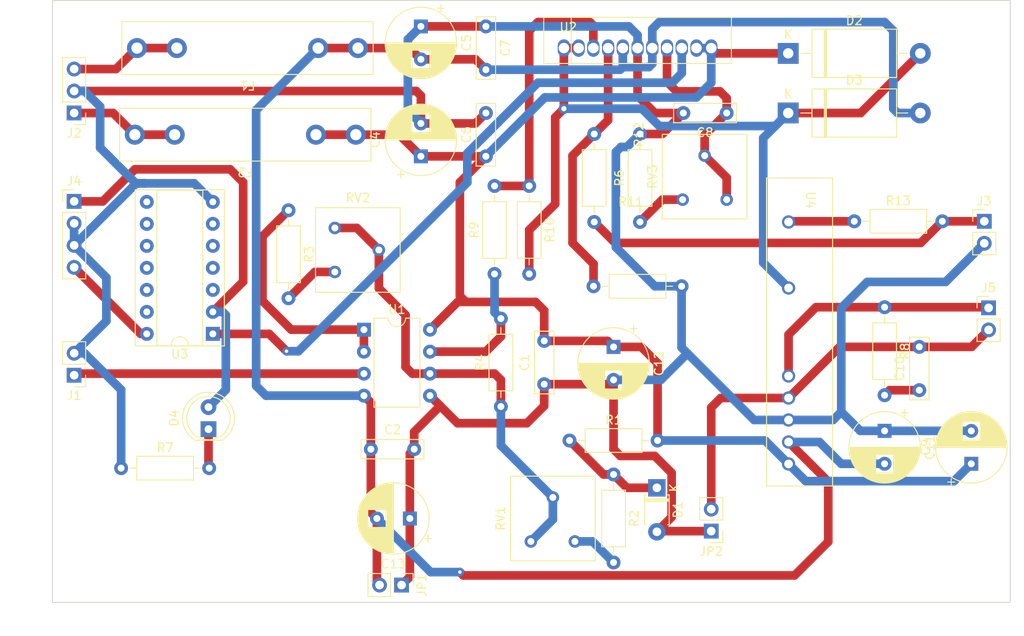
<source format=kicad_pcb>
(kicad_pcb (version 20211014) (generator pcbnew)
  (layers (0 "F.Cu" signal) (31 "B.Cu" signal) (34 "B.Paste" user) (35 "F.Paste" user) (36 "B.SilkS" user "B.Silkscreen") (37 "F.SilkS" user "F.Silkscreen") (38 "B.Mask" user) (39 "F.Mask" user) (44 "Edge.Cuts" user))
  (net 0 "")
  (net 1 "+15V")
  (net 2 "-15V")
  (net 3 "Net-(C8-Pad1)")
  (net 4 "Net-(C10-Pad1)")
  (net 5 "Net-(C10-Pad2)")
  (net 6 "Net-(D1-Pad1)")
  (net 7 "Net-(D2-Pad2)")
  (net 8 "Net-(D4-Pad1)")
  (net 9 "Net-(F1-Pad2)")
  (net 10 "Net-(F2-Pad2)")
  (net 11 "Vctrl")
  (net 12 "VOut+")
  (net 13 "VOut-")
  (net 14 "ThermalOverloadOut")
  (net 15 "+3.3V")
  (net 16 "Net-(J5-Pad1)")
  (net 17 "Net-(R2-Pad2)")
  (net 18 "Net-(R3-Pad1)")
  (net 19 "Net-(R3-Pad2)")
  (net 20 "Net-(U2-Pad9)")
  (net 21 "Net-(R4-Pad2)")
  (net 22 "Net-(R10-Pad1)")
  (net 23 "Net-(R11-Pad2)")
  (net 24 "Net-(R13-Pad1)")
  (net 25 "Net-(RV3-Pad3)")
  (net 26 "Net-(RV1-Pad3)")
  (footprint "Potentiometer_THT:Potentiometer_Bourns_3386F_Vertical" (layer "F.Cu") (at 145.27 56.965 90)
    (fp_text reference "RV1" (at 2.655 -8.555 90) (layer "F.SilkS"))
    (fp_text value "2k")
    (pad "1" thru_hole circle (at 0 0 90) (size 1.44 1.44) (drill 0.8) (layers *.Cu *.Mask) (net 17 "Net-(R2-Pad2)"))
    (pad "2" thru_hole circle (at 5.08 -2.54 90) (size 1.44 1.44) (drill 0.8) (layers *.Cu *.Mask) (net 26 "Net-(RV1-Pad3)"))
    (pad "3" thru_hole circle (at 0 -5.08 90) (size 1.44 1.44) (drill 0.8) (layers *.Cu *.Mask) (net 26 "Net-(RV1-Pad3)"))
  )
  (footprint "Resistor_THT:R_Axial_DIN0207_L6.3mm_D2.5mm_P10.16mm_Horizontal" (layer "F.Cu") (at 92.92 48.5)
    (fp_text reference "R7" (at 5.08 -2.37) (layer "F.SilkS"))
    (fp_text value "470R")
    (pad "1" thru_hole circle (at 0 0) (size 1.6 1.6) (drill 0.8) (layers *.Cu *.Mask) (net 13 "VOut-"))
    (pad "2" thru_hole oval (at 10.16 0) (size 1.6 1.6) (drill 0.8) (layers *.Cu *.Mask) (net 8 "Net-(D4-Pad1)"))
  )
  (footprint "Resistor_THT:R_Axial_DIN0207_L6.3mm_D2.5mm_P10.16mm_Horizontal" (layer "F.Cu") (at 152.78 20.08 90)
    (fp_text reference "R6" (at 5.08 -2.37 90) (layer "F.SilkS"))
    (fp_text value "10k")
    (pad "1" thru_hole circle (at 0 0 90) (size 1.6 1.6) (drill 0.8) (layers *.Cu *.Mask) (net 25 "Net-(RV3-Pad3)"))
    (pad "2" thru_hole oval (at 10.16 0 90) (size 1.6 1.6) (drill 0.8) (layers *.Cu *.Mask) (net 13 "VOut-"))
  )
  (footprint "LED_THT:LED_D5.0mm" (layer "F.Cu") (at 103 44 90)
    (fp_text reference "D4" (at 1.27 -3.96 90) (layer "F.SilkS"))
    (fp_text value "LED")
    (pad "1" thru_hole rect (at 0 0 90) (size 1.8 1.8) (drill 0.9) (layers *.Cu *.Mask) (net 8 "Net-(D4-Pad1)"))
    (pad "2" thru_hole circle (at 2.54 0 90) (size 1.8 1.8) (drill 0.9) (layers *.Cu *.Mask) (net 14 "ThermalOverloadOut"))
  )
  (footprint "Connector_PinHeader_2.54mm:PinHeader_1x02_P2.54mm_Vertical" (layer "F.Cu") (at 125.275 62 -90)
    (fp_text reference "JP1" (at 0 -2.33 90) (layer "F.SilkS"))
    (fp_text value "Jumper_2_Open")
    (pad "1" thru_hole rect (at 0 0 270) (size 1.7 1.7) (drill 1) (layers *.Cu *.Mask) (net 13 "VOut-"))
    (pad "2" thru_hole oval (at 0 2.54 270) (size 1.7 1.7) (drill 1) (layers *.Cu *.Mask) (net 2 "-15V"))
  )
  (footprint "Capacitor_THT:C_Rect_L7.0mm_W2.0mm_P5.00mm" (layer "F.Cu") (at 121.73 46.31)
    (fp_text reference "C2" (at 2.5 -2.25) (layer "F.SilkS"))
    (fp_text value "10nF")
    (pad "1" thru_hole circle (at 0 0) (size 1.6 1.6) (drill 0.8) (layers *.Cu *.Mask) (net 2 "-15V"))
    (pad "2" thru_hole circle (at 5 0) (size 1.6 1.6) (drill 0.8) (layers *.Cu *.Mask) (net 13 "VOut-"))
  )
  (footprint "Capacitor_THT:CP_Radial_D8.0mm_P3.80mm" (layer "F.Cu") (at 127.5 -2.5 -90)
    (fp_text reference "C5" (at 1.9 -5.25 90) (layer "F.SilkS"))
    (fp_text value "10uF")
    (pad "1" thru_hole rect (at 0 0 270) (size 1.6 1.6) (drill 0.8) (layers *.Cu *.Mask) (net 13 "VOut-"))
    (pad "2" thru_hole circle (at 3.8 0 270) (size 1.6 1.6) (drill 0.8) (layers *.Cu *.Mask) (net 2 "-15V"))
  )
  (footprint "Resistor_THT:R_Axial_DIN0207_L6.3mm_D2.5mm_P10.16mm_Horizontal" (layer "F.Cu") (at 112.23 18.73 -90)
    (fp_text reference "R3" (at 5.08 -2.37 90) (layer "F.SilkS"))
    (fp_text value "4,7k")
    (pad "1" thru_hole circle (at 0 0 270) (size 1.6 1.6) (drill 0.8) (layers *.Cu *.Mask) (net 18 "Net-(R3-Pad1)"))
    (pad "2" thru_hole oval (at 10.16 0 270) (size 1.6 1.6) (drill 0.8) (layers *.Cu *.Mask) (net 19 "Net-(R3-Pad2)"))
  )
  (footprint "Connector_PinHeader_2.54mm:PinHeader_1x03_P2.54mm_Vertical" (layer "F.Cu") (at 87.5 7.5 180)
    (fp_text reference "J2" (at 0 -2.33) (layer "F.SilkS"))
    (fp_text value "PSU")
    (pad "1" thru_hole rect (at 0 0 180) (size 1.7 1.7) (drill 1) (layers *.Cu *.Mask) (net 10 "Net-(F2-Pad2)"))
    (pad "2" thru_hole oval (at 0 2.54 180) (size 1.7 1.7) (drill 1) (layers *.Cu *.Mask) (net 13 "VOut-"))
    (pad "3" thru_hole oval (at 0 5.08 180) (size 1.7 1.7) (drill 1) (layers *.Cu *.Mask) (net 9 "Net-(F1-Pad2)"))
  )
  (footprint "Connector_PinHeader_2.54mm:PinHeader_1x02_P2.54mm_Vertical" (layer "F.Cu") (at 87.5 37.775 180)
    (fp_text reference "J1" (at 0 -2.33) (layer "F.SilkS"))
    (fp_text value "Vctrl")
    (pad "1" thru_hole rect (at 0 0 180) (size 1.7 1.7) (drill 1) (layers *.Cu *.Mask) (net 11 "Vctrl"))
    (pad "2" thru_hole oval (at 0 2.54 180) (size 1.7 1.7) (drill 1) (layers *.Cu *.Mask) (net 13 "VOut-"))
  )
  (footprint "Diode_THT:D_DO-27_P15.24mm_Horizontal" (layer "F.Cu") (at 169.88 0.61)
    (fp_text reference "D2" (at 7.62 -3.785) (layer "F.SilkS"))
    (fp_text value "1N5364BG")
    (fp_text user "K" (at 0 -2.2) (layer "F.SilkS"))
    (pad "1" thru_hole rect (at 0 0) (size 2.4 2.4) (drill 1.2) (layers *.Cu *.Mask) (net 1 "+15V"))
    (pad "2" thru_hole oval (at 15.24 0) (size 2.4 2.4) (drill 1.2) (layers *.Cu *.Mask) (net 7 "Net-(D2-Pad2)"))
  )
  (footprint "Connector_PinHeader_2.54mm:PinHeader_1x04_P2.54mm_Vertical" (layer "F.Cu") (at 87.5 17.7)
    (fp_text reference "J4" (at 0 -2.33) (layer "F.SilkS"))
    (fp_text value "Screw_Terminal_01x04")
    (pad "1" thru_hole rect (at 0 0) (size 1.7 1.7) (drill 1) (layers *.Cu *.Mask) (net 14 "ThermalOverloadOut"))
    (pad "2" thru_hole oval (at 0 2.54) (size 1.7 1.7) (drill 1) (layers *.Cu *.Mask) (net 13 "VOut-"))
    (pad "3" thru_hole oval (at 0 5.08) (size 1.7 1.7) (drill 1) (layers *.Cu *.Mask) (net 13 "VOut-"))
    (pad "4" thru_hole oval (at 0 7.62) (size 1.7 1.7) (drill 1) (layers *.Cu *.Mask) (net 15 "+3.3V"))
  )
  (footprint "Diode_THT:D_T-1_P5.08mm_Horizontal" (layer "F.Cu") (at 154.73 50.77 -90)
    (fp_text reference "D1" (at 2.54 -2.42 90) (layer "F.SilkS"))
    (fp_text value "6.8V")
    (fp_text user "K" (at 0 -2 90) (layer "F.SilkS"))
    (pad "1" thru_hole rect (at 0 0 270) (size 2 2) (drill 1) (layers *.Cu *.Mask) (net 6 "Net-(D1-Pad1)"))
    (pad "2" thru_hole oval (at 5.08 0 270) (size 2 2) (drill 1) (layers *.Cu *.Mask) (net 13 "VOut-"))
  )
  (footprint "Capacitor_THT:CP_Radial_D8.0mm_P3.80mm" (layer "F.Cu") (at 127.5 12.5 90)
    (fp_text reference "C4" (at 1.9 -5.25 90) (layer "F.SilkS"))
    (fp_text value "10uF")
    (pad "1" thru_hole rect (at 0 0 90) (size 1.6 1.6) (drill 0.8) (layers *.Cu *.Mask) (net 1 "+15V"))
    (pad "2" thru_hole circle (at 3.8 0 90) (size 1.6 1.6) (drill 0.8) (layers *.Cu *.Mask) (net 13 "VOut-"))
  )
  (footprint "CMS2005:CMS2005" (layer "F.Cu") (at 175 15 -90)
    (fp_text reference "U4" (at 2.54 2.54 -90 unlocked) (layer "F.SilkS"))
    (fp_text value "CMS2005")
    (pad "1" thru_hole circle (at 33.02 5.08 270) (size 1.524 1.524) (drill 1) (layers *.Cu *.Mask) (net 1 "+15V"))
    (pad "2" thru_hole circle (at 30.48 5.08 270) (size 1.524 1.524) (drill 1) (layers *.Cu *.Mask) (net 2 "-15V"))
    (pad "3" thru_hole circle (at 27.94 5.08 270) (size 1.524 1.524) (drill 1) (layers *.Cu *.Mask) (net 13 "VOut-"))
    (pad "4" thru_hole circle (at 25.4 5.08 270) (size 1.524 1.524) (drill 1) (layers *.Cu *.Mask) (net 5 "Net-(C10-Pad2)"))
    (pad "5" thru_hole circle (at 22.86 5.08 270) (size 1.524 1.524) (drill 1) (layers *.Cu *.Mask) (net 16 "Net-(J5-Pad1)"))
    (pad "6" thru_hole circle (at 12.7 5.08 270) (size 1.524 1.524) (drill 1) (layers *.Cu *.Mask) (net 7 "Net-(D2-Pad2)"))
    (pad "7" thru_hole circle (at 5.08 5.08 270) (size 1.524 1.524) (drill 1) (layers *.Cu *.Mask) (net 24 "Net-(R13-Pad1)"))
  )
  (footprint "OPA549:KVC" (layer "F.Cu") (at 152.5 0)
    (fp_text reference "U2" (at -8.001 -2.413) (layer "F.SilkS"))
    (fp_text value "OPA549T")
    (pad "1" thru_hole oval (at -8.5 0) (size 1.4 2) (drill 1.21) (layers *.Cu *.Mask) (net 7 "Net-(D2-Pad2)"))
    (pad "2" thru_hole oval (at -6.8 0) (size 1.4 2) (drill 1.21) (layers *.Cu *.Mask) (net 7 "Net-(D2-Pad2)"))
    (pad "3" thru_hole oval (at -5.1 0) (size 1.4 2) (drill 1.21) (layers *.Cu *.Mask) (net 22 "Net-(R10-Pad1)"))
    (pad "4" thru_hole oval (at -3.4 0) (size 1.4 2) (drill 1.21) (layers *.Cu *.Mask) (net 23 "Net-(R11-Pad2)"))
    (pad "5" thru_hole oval (at -1.7 0) (size 1.4 2) (drill 1.21) (layers *.Cu *.Mask) (net 2 "-15V"))
    (pad "6" thru_hole oval (at 0 0) (size 1.4 2) (drill 1.21) (layers *.Cu *.Mask) (net 13 "VOut-"))
    (pad "7" thru_hole oval (at 1.7 0) (size 1.4 2) (drill 1.21) (layers *.Cu *.Mask) (net 2 "-15V"))
    (pad "8" thru_hole oval (at 3.4 0) (size 1.4 2) (drill 1.21) (layers *.Cu *.Mask) (net 3 "Net-(C8-Pad1)"))
    (pad "9" thru_hole oval (at 5.1 0) (size 1.4 2) (drill 1.21) (layers *.Cu *.Mask) (net 20 "Net-(U2-Pad9)"))
    (pad "10" thru_hole oval (at 6.8 0) (size 1.4 2) (drill 1.21) (layers *.Cu *.Mask) (net 1 "+15V"))
    (pad "11" thru_hole oval (at 8.5 0) (size 1.4 2) (drill 1.21) (layers *.Cu *.Mask) (net 1 "+15V"))
  )
  (footprint "Potentiometer_THT:Potentiometer_Bourns_3386F_Vertical" (layer "F.Cu") (at 117.575 25.85)
    (fp_text reference "RV2" (at 2.655 -8.555) (layer "F.SilkS"))
    (fp_text value "10k")
    (pad "1" thru_hole circle (at 0 0) (size 1.44 1.44) (drill 0.8) (layers *.Cu *.Mask) (net 19 "Net-(R3-Pad2)"))
    (pad "2" thru_hole circle (at 5.08 -2.54) (size 1.44 1.44) (drill 0.8) (layers *.Cu *.Mask) (net 26 "Net-(RV1-Pad3)"))
    (pad "3" thru_hole circle (at 0 -5.08) (size 1.44 1.44) (drill 0.8) (layers *.Cu *.Mask) (net 26 "Net-(RV1-Pad3)"))
  )
  (footprint "Capacitor_THT:C_Rect_L7.0mm_W2.0mm_P5.00mm" (layer "F.Cu") (at 162.78 7.5 180)
    (fp_text reference "C8" (at 2.5 -2.25) (layer "F.SilkS"))
    (fp_text value "0.01uF")
    (pad "1" thru_hole circle (at 0 0 180) (size 1.6 1.6) (drill 0.8) (layers *.Cu *.Mask) (net 3 "Net-(C8-Pad1)"))
    (pad "2" thru_hole circle (at 5 0 180) (size 1.6 1.6) (drill 0.8) (layers *.Cu *.Mask) (net 13 "VOut-"))
  )
  (footprint "Connector_PinHeader_2.54mm:PinHeader_1x02_P2.54mm_Vertical" (layer "F.Cu") (at 161 55.775 180)
    (fp_text reference "JP2" (at 0 -2.33) (layer "F.SilkS"))
    (fp_text value "Jumper_2_Open")
    (pad "1" thru_hole rect (at 0 0 180) (size 1.7 1.7) (drill 1) (layers *.Cu *.Mask) (net 13 "VOut-"))
    (pad "2" thru_hole oval (at 0 2.54 180) (size 1.7 1.7) (drill 1) (layers *.Cu *.Mask) (net 5 "Net-(C10-Pad2)"))
  )
  (footprint "Connector_PinHeader_2.54mm:PinHeader_1x02_P2.54mm_Vertical" (layer "F.Cu") (at 193 30)
    (fp_text reference "J5" (at 0 -2.33) (layer "F.SilkS"))
    (fp_text value "ISense")
    (pad "1" thru_hole rect (at 0 0) (size 1.7 1.7) (drill 1) (layers *.Cu *.Mask) (net 16 "Net-(J5-Pad1)"))
    (pad "2" thru_hole oval (at 0 2.54) (size 1.7 1.7) (drill 1) (layers *.Cu *.Mask) (net 5 "Net-(C10-Pad2)"))
  )
  (footprint "Package_DIP:DIP-8_W7.62mm" (layer "F.Cu") (at 120.93 32.51)
    (fp_text reference "U1" (at 3.81 -2.33) (layer "F.SilkS"))
    (fp_text value "LM358")
    (pad "1" thru_hole rect (at 0 0) (size 1.6 1.6) (drill 0.8) (layers *.Cu *.Mask) (net 18 "Net-(R3-Pad1)"))
    (pad "2" thru_hole oval (at 0 2.54) (size 1.6 1.6) (drill 0.8) (layers *.Cu *.Mask) (net 18 "Net-(R3-Pad1)"))
    (pad "3" thru_hole oval (at 0 5.08) (size 1.6 1.6) (drill 0.8) (layers *.Cu *.Mask) (net 11 "Vctrl"))
    (pad "4" thru_hole oval (at 0 7.62) (size 1.6 1.6) (drill 0.8) (layers *.Cu *.Mask) (net 2 "-15V"))
    (pad "5" thru_hole oval (at 7.62 7.62) (size 1.6 1.6) (drill 0.8) (layers *.Cu *.Mask) (net 13 "VOut-"))
    (pad "6" thru_hole oval (at 7.62 5.08) (size 1.6 1.6) (drill 0.8) (layers *.Cu *.Mask) (net 26 "Net-(RV1-Pad3)"))
    (pad "7" thru_hole oval (at 7.62 2.54) (size 1.6 1.6) (drill 0.8) (layers *.Cu *.Mask) (net 21 "Net-(R4-Pad2)"))
    (pad "8" thru_hole oval (at 7.62 0) (size 1.6 1.6) (drill 0.8) (layers *.Cu *.Mask) (net 1 "+15V"))
  )
  (footprint "Capacitor_THT:CP_Radial_D8.0mm_P3.80mm" (layer "F.Cu") (at 191 48 90)
    (fp_text reference "C9" (at 1.9 -5.25 90) (layer "F.SilkS"))
    (fp_text value "47uF")
    (pad "1" thru_hole rect (at 0 0 90) (size 1.6 1.6) (drill 0.8) (layers *.Cu *.Mask) (net 1 "+15V"))
    (pad "2" thru_hole circle (at 3.8 0 90) (size 1.6 1.6) (drill 0.8) (layers *.Cu *.Mask) (net 13 "VOut-"))
  )
  (footprint "Capacitor_THT:C_Rect_L7.0mm_W2.0mm_P5.00mm" (layer "F.Cu") (at 135 -2.5 -90)
    (fp_text reference "C7" (at 2.5 -2.25 90) (layer "F.SilkS"))
    (fp_text value "0.1uF")
    (pad "1" thru_hole circle (at 0 0 270) (size 1.6 1.6) (drill 0.8) (layers *.Cu *.Mask) (net 13 "VOut-"))
    (pad "2" thru_hole circle (at 5 0 270) (size 1.6 1.6) (drill 0.8) (layers *.Cu *.Mask) (net 2 "-15V"))
  )
  (footprint "Capacitor_THT:C_Rect_L7.0mm_W2.0mm_P5.00mm" (layer "F.Cu") (at 141.73 38.81 90)
    (fp_text reference "C1" (at 2.5 -2.25 90) (layer "F.SilkS"))
    (fp_text value "10nF")
    (pad "1" thru_hole circle (at 0 0 90) (size 1.6 1.6) (drill 0.8) (layers *.Cu *.Mask) (net 13 "VOut-"))
    (pad "2" thru_hole circle (at 5 0 90) (size 1.6 1.6) (drill 0.8) (layers *.Cu *.Mask) (net 1 "+15V"))
  )
  (footprint "Capacitor_THT:C_Rect_L7.0mm_W2.0mm_P5.00mm" (layer "F.Cu") (at 185 39.5 90)
    (fp_text reference "C10" (at 2.5 -2.25 90) (layer "F.SilkS"))
    (fp_text value "2.2nF")
    (pad "1" thru_hole circle (at 0 0 90) (size 1.6 1.6) (drill 0.8) (layers *.Cu *.Mask) (net 4 "Net-(C10-Pad1)"))
    (pad "2" thru_hole circle (at 5 0 90) (size 1.6 1.6) (drill 0.8) (layers *.Cu *.Mask) (net 5 "Net-(C10-Pad2)"))
  )
  (footprint "Resistor_THT:R_Axial_DIN0207_L6.3mm_D2.5mm_P10.16mm_Horizontal" (layer "F.Cu") (at 157.58 27.5 180)
    (fp_text reference "R11" (at 5.85 9.74) (layer "F.SilkS"))
    (fp_text value "20k")
    (pad "1" thru_hole circle (at 0 0 180) (size 1.6 1.6) (drill 0.8) (layers *.Cu *.Mask) (net 13 "VOut-"))
    (pad "2" thru_hole oval (at 10.16 0 180) (size 1.6 1.6) (drill 0.8) (layers *.Cu *.Mask) (net 23 "Net-(R11-Pad2)"))
  )
  (footprint "Fuse:Fuseholder_Littelfuse_100_series_5x25mm" (layer "F.Cu") (at 120 10 180)
    (fp_text reference "F2" (at 12.75 -4.3 180 unlocked) (layer "F.SilkS"))
    (fp_text value "3A")
    (pad "1" thru_hole circle (at 0 0 180) (size 2.3 2.3) (drill 1.3) (layers *.Cu *.Mask) (net 1 "+15V"))
    (pad "1" thru_hole circle (at 4.6 0 180) (size 2.3 2.3) (drill 1.3) (layers *.Cu *.Mask) (net 1 "+15V"))
    (pad "2" thru_hole circle (at 20.9 0 180) (size 2.3 2.3) (drill 1.3) (layers *.Cu *.Mask) (net 10 "Net-(F2-Pad2)"))
    (pad "2" thru_hole circle (at 25.5 0 180) (size 2.3 2.3) (drill 1.3) (layers *.Cu *.Mask) (net 10 "Net-(F2-Pad2)"))
  )
  (footprint "Connector_PinHeader_2.54mm:PinHeader_1x02_P2.54mm_Vertical" (layer "F.Cu") (at 192.5 20)
    (fp_text reference "J3" (at 0 -2.33) (layer "F.SilkS"))
    (fp_text value "COIL")
    (pad "1" thru_hole rect (at 0 0) (size 1.7 1.7) (drill 1) (layers *.Cu *.Mask) (net 12 "VOut+"))
    (pad "2" thru_hole oval (at 0 2.54) (size 1.7 1.7) (drill 1) (layers *.Cu *.Mask) (net 13 "VOut-"))
  )
  (footprint "Resistor_THT:R_Axial_DIN0207_L6.3mm_D2.5mm_P10.16mm_Horizontal" (layer "F.Cu") (at 149.73 49.23 -90)
    (fp_text reference "R2" (at 5.08 -2.37 90) (layer "F.SilkS"))
    (fp_text value "3,3k")
    (pad "1" thru_hole circle (at 0 0 270) (size 1.6 1.6) (drill 0.8) (layers *.Cu *.Mask) (net 6 "Net-(D1-Pad1)"))
    (pad "2" thru_hole oval (at 10.16 0 270) (size 1.6 1.6) (drill 0.8) (layers *.Cu *.Mask) (net 17 "Net-(R2-Pad2)"))
  )
  (footprint "Resistor_THT:R_Axial_DIN0207_L6.3mm_D2.5mm_P10.16mm_Horizontal" (layer "F.Cu") (at 181 29.92 -90)
    (fp_text reference "R8" (at 5.08 -2.37 90) (layer "F.SilkS"))
    (fp_text value "820R")
    (pad "1" thru_hole circle (at 0 0 270) (size 1.6 1.6) (drill 0.8) (layers *.Cu *.Mask) (net 16 "Net-(J5-Pad1)"))
    (pad "2" thru_hole oval (at 10.16 0 270) (size 1.6 1.6) (drill 0.8) (layers *.Cu *.Mask) (net 4 "Net-(C10-Pad1)"))
  )
  (footprint "Package_DIP:DIP-14_W7.62mm_Socket" (layer "F.Cu") (at 103.5 33 180)
    (fp_text reference "U3" (at 3.81 -2.33) (layer "F.SilkS"))
    (fp_text value "74HC04")
    (pad "1" thru_hole rect (at 0 0 180) (size 1.6 1.6) (drill 0.8) (layers *.Cu *.Mask) (net 20 "Net-(U2-Pad9)"))
    (pad "2" thru_hole oval (at 0 2.54 180) (size 1.6 1.6) (drill 0.8) (layers *.Cu *.Mask) (net 14 "ThermalOverloadOut"))
    (pad "3" thru_hole oval (at 0 5.08 180) (size 1.6 1.6) (drill 0.8) (layers *.Cu *.Mask))
    (pad "4" thru_hole oval (at 0 7.62 180) (size 1.6 1.6) (drill 0.8) (layers *.Cu *.Mask))
    (pad "5" thru_hole oval (at 0 10.16 180) (size 1.6 1.6) (drill 0.8) (layers *.Cu *.Mask))
    (pad "6" thru_hole oval (at 0 12.7 180) (size 1.6 1.6) (drill 0.8) (layers *.Cu *.Mask))
    (pad "7" thru_hole oval (at 0 15.24 180) (size 1.6 1.6) (drill 0.8) (layers *.Cu *.Mask) (net 13 "VOut-"))
    (pad "8" thru_hole oval (at 7.62 15.24 180) (size 1.6 1.6) (drill 0.8) (layers *.Cu *.Mask))
    (pad "9" thru_hole oval (at 7.62 12.7 180) (size 1.6 1.6) (drill 0.8) (layers *.Cu *.Mask))
    (pad "10" thru_hole oval (at 7.62 10.16 180) (size 1.6 1.6) (drill 0.8) (layers *.Cu *.Mask))
    (pad "11" thru_hole oval (at 7.62 7.62 180) (size 1.6 1.6) (drill 0.8) (layers *.Cu *.Mask))
    (pad "12" thru_hole oval (at 7.62 5.08 180) (size 1.6 1.6) (drill 0.8) (layers *.Cu *.Mask))
    (pad "13" thru_hole oval (at 7.62 2.54 180) (size 1.6 1.6) (drill 0.8) (layers *.Cu *.Mask))
    (pad "14" thru_hole oval (at 7.62 0 180) (size 1.6 1.6) (drill 0.8) (layers *.Cu *.Mask) (net 15 "+3.3V"))
  )
  (footprint "Resistor_THT:R_Axial_DIN0207_L6.3mm_D2.5mm_P10.16mm_Horizontal" (layer "F.Cu") (at 136.73 41.39 90)
    (fp_text reference "R4" (at 5.08 -2.37 90) (layer "F.SilkS"))
    (fp_text value "1k")
    (pad "1" thru_hole circle (at 0 0 90) (size 1.6 1.6) (drill 0.8) (layers *.Cu *.Mask) (net 26 "Net-(RV1-Pad3)"))
    (pad "2" thru_hole oval (at 10.16 0 90) (size 1.6 1.6) (drill 0.8) (layers *.Cu *.Mask) (net 21 "Net-(R4-Pad2)"))
  )
  (footprint "Resistor_THT:R_Axial_DIN0207_L6.3mm_D2.5mm_P10.16mm_Horizontal" (layer "F.Cu") (at 177.5 20)
    (fp_text reference "R13" (at 5.08 -2.37) (layer "F.SilkS"))
    (fp_text value "1R")
    (pad "1" thru_hole circle (at 0 0) (size 1.6 1.6) (drill 0.8) (layers *.Cu *.Mask) (net 24 "Net-(R13-Pad1)"))
    (pad "2" thru_hole oval (at 10.16 0) (size 1.6 1.6) (drill 0.8) (layers *.Cu *.Mask) (net 12 "VOut+"))
  )
  (footprint "Capacitor_THT:CP_Radial_D8.0mm_P3.80mm" (layer "F.Cu") (at 149.73 34.507349 -90)
    (fp_text reference "C12" (at 1.9 -5.25 90) (layer "F.SilkS"))
    (fp_text value "10uF")
    (pad "1" thru_hole rect (at 0 0 270) (size 1.6 1.6) (drill 0.8) (layers *.Cu *.Mask) (net 1 "+15V"))
    (pad "2" thru_hole circle (at 3.8 0 270) (size 1.6 1.6) (drill 0.8) (layers *.Cu *.Mask) (net 13 "VOut-"))
  )
  (footprint "Resistor_THT:R_Axial_DIN0207_L6.3mm_D2.5mm_P10.16mm_Horizontal" (layer "F.Cu") (at 144.65 45.31)
    (fp_text reference "R1" (at 5.08 -2.37) (layer "F.SilkS"))
    (fp_text value "100k")
    (pad "1" thru_hole circle (at 0 0) (size 1.6 1.6) (drill 0.8) (layers *.Cu *.Mask) (net 6 "Net-(D1-Pad1)"))
    (pad "2" thru_hole oval (at 10.16 0) (size 1.6 1.6) (drill 0.8) (layers *.Cu *.Mask) (net 1 "+15V"))
  )
  (footprint "Resistor_THT:R_Axial_DIN0207_L6.3mm_D2.5mm_P10.16mm_Horizontal" (layer "F.Cu") (at 136 26.08 90)
    (fp_text reference "R9" (at 5.08 -2.37 90) (layer "F.SilkS"))
    (fp_text value "20k")
    (pad "1" thru_hole circle (at 0 0 90) (size 1.6 1.6) (drill 0.8) (layers *.Cu *.Mask) (net 21 "Net-(R4-Pad2)"))
    (pad "2" thru_hole oval (at 10.16 0 90) (size 1.6 1.6) (drill 0.8) (layers *.Cu *.Mask) (net 22 "Net-(R10-Pad1)"))
  )
  (footprint "Resistor_THT:R_Axial_DIN0207_L6.3mm_D2.5mm_P10.16mm_Horizontal" (layer "F.Cu") (at 140 15.92 -90)
    (fp_text reference "R10" (at 5.08 -2.37 90) (layer "F.SilkS"))
    (fp_text value "10k")
    (pad "1" thru_hole circle (at 0 0 270) (size 1.6 1.6) (drill 0.8) (layers *.Cu *.Mask) (net 22 "Net-(R10-Pad1)"))
    (pad "2" thru_hole oval (at 10.16 0 270) (size 1.6 1.6) (drill 0.8) (layers *.Cu *.Mask) (net 7 "Net-(D2-Pad2)"))
  )
  (footprint "Potentiometer_THT:Potentiometer_Bourns_3386F_Vertical" (layer "F.Cu") (at 162.78 17.5 90)
    (fp_text reference "RV3" (at 2.655 -8.555 90) (layer "F.SilkS"))
    (fp_text value "1M")
    (pad "1" thru_hole circle (at 0 0 90) (size 1.44 1.44) (drill 0.8) (layers *.Cu *.Mask) (net 3 "Net-(C8-Pad1)"))
    (pad "2" thru_hole circle (at 5.08 -2.54 90) (size 1.44 1.44) (drill 0.8) (layers *.Cu *.Mask) (net 3 "Net-(C8-Pad1)"))
    (pad "3" thru_hole circle (at 0 -5.08 90) (size 1.44 1.44) (drill 0.8) (layers *.Cu *.Mask) (net 25 "Net-(RV3-Pad3)"))
  )
  (footprint "Capacitor_THT:CP_Radial_D8.0mm_P3.80mm" (layer "F.Cu") (at 181 44.197349 -90)
    (fp_text reference "C11" (at 1.9 -5.25 90) (layer "F.SilkS"))
    (fp_text value "47uF")
    (pad "1" thru_hole rect (at 0 0 270) (size 1.6 1.6) (drill 0.8) (layers *.Cu *.Mask) (net 13 "VOut-"))
    (pad "2" thru_hole circle (at 3.8 0 270) (size 1.6 1.6) (drill 0.8) (layers *.Cu *.Mask) (net 2 "-15V"))
  )
  (footprint "Capacitor_THT:CP_Radial_D8.0mm_P3.80mm" (layer "F.Cu") (at 126.23 54.31 180)
    (fp_text reference "C13" (at 1.9 -5.25) (layer "F.SilkS"))
    (fp_text value "10uF")
    (pad "1" thru_hole rect (at 0 0 180) (size 1.6 1.6) (drill 0.8) (layers *.Cu *.Mask) (net 13 "VOut-"))
    (pad "2" thru_hole circle (at 3.8 0 180) (size 1.6 1.6) (drill 0.8) (layers *.Cu *.Mask) (net 2 "-15V"))
  )
  (footprint "Diode_THT:D_DO-27_P15.24mm_Horizontal" (layer "F.Cu") (at 169.88 7.5)
    (fp_text reference "D3" (at 7.62 -3.785) (layer "F.SilkS"))
    (fp_text value "1N5364BG")
    (fp_text user "K" (at 0 -2.2) (layer "F.SilkS"))
    (pad "1" thru_hole rect (at 0 0) (size 2.4 2.4) (drill 1.2) (layers *.Cu *.Mask) (net 7 "Net-(D2-Pad2)"))
    (pad "2" thru_hole oval (at 15.24 0) (size 2.4 2.4) (drill 1.2) (layers *.Cu *.Mask) (net 2 "-15V"))
  )
  (footprint "Resistor_THT:R_Axial_DIN0207_L6.3mm_D2.5mm_P10.16mm_Horizontal" (layer "F.Cu") (at 147.5 9.92 -90)
    (fp_text reference "R12" (at 0.08 -5.15 90) (layer "F.SilkS"))
    (fp_text value "10k")
    (pad "1" thru_hole circle (at 0 0 270) (size 1.6 1.6) (drill 0.8) (layers *.Cu *.Mask) (net 23 "Net-(R11-Pad2)"))
    (pad "2" thru_hole oval (at 10.16 0 270) (size 1.6 1.6) (drill 0.8) (layers *.Cu *.Mask) (net 12 "VOut+"))
  )
  (footprint "Capacitor_THT:C_Rect_L7.0mm_W2.0mm_P5.00mm" (layer "F.Cu") (at 135 12.5 90)
    (fp_text reference "C6" (at 2.5 -2.25 90) (layer "F.SilkS"))
    (fp_text value "0.1uF")
    (pad "1" thru_hole circle (at 0 0 90) (size 1.6 1.6) (drill 0.8) (layers *.Cu *.Mask) (net 1 "+15V"))
    (pad "2" thru_hole circle (at 5 0 90) (size 1.6 1.6) (drill 0.8) (layers *.Cu *.Mask) (net 13 "VOut-"))
  )
  (footprint "Fuse:Fuseholder_Littelfuse_100_series_5x25mm" (layer "F.Cu") (at 120.25 0 180)
    (fp_text reference "F1" (at 12.75 -4.3 180 unlocked) (layer "F.SilkS"))
    (fp_text value "3A")
    (pad "1" thru_hole circle (at 0 0 180) (size 2.3 2.3) (drill 1.3) (layers *.Cu *.Mask) (net 2 "-15V"))
    (pad "1" thru_hole circle (at 4.6 0 180) (size 2.3 2.3) (drill 1.3) (layers *.Cu *.Mask) (net 2 "-15V"))
    (pad "2" thru_hole circle (at 20.9 0 180) (size 2.3 2.3) (drill 1.3) (layers *.Cu *.Mask) (net 9 "Net-(F1-Pad2)"))
    (pad "2" thru_hole circle (at 25.5 0 180) (size 2.3 2.3) (drill 1.3) (layers *.Cu *.Mask) (net 9 "Net-(F1-Pad2)"))
  )
  (gr_rect (start 85 -5.5) (end 195.5 64) (layer "Edge.Cuts") (width 0.1) (fill none))
  (segment (start 140.73 29.31) (end 141.73 30.31) (width 1) (layer "F.Cu") (net 1))
  (segment (start 131.75 29.31) (end 132.69 29.31) (width 1) (layer "F.Cu") (net 1))
  (segment (start 152.927349 34.507349) (end 154.81 36.39) (width 1) (layer "F.Cu") (net 1))
  (segment (start 169.88 0.61) (end 161.61 0.61) (width 1) (layer "F.Cu") (net 1))
  (segment (start 161.61 0.61) (end 161 0) (width 1) (layer "F.Cu") (net 1))
  (segment (start 132 15.5) (end 132 28.62) (width 1) (layer "F.Cu") (net 1))
  (segment (start 141.73 30.31) (end 141.73 33.81) (width 1) (layer "F.Cu") (net 1))
  (segment (start 120 10) (end 125 10) (width 1) (layer "F.Cu") (net 1))
  (segment (start 149.032651 33.81) (end 149.73 34.507349) (width 1) (layer "F.Cu") (net 1))
  (segment (start 149.73 34.507349) (end 152.927349 34.507349) (width 1) (layer "F.Cu") (net 1))
  (segment (start 132.69 29.31) (end 140.73 29.31) (width 1) (layer "F.Cu") (net 1))
  (segment (start 141.73 33.81) (end 149.032651 33.81) (width 1) (layer "F.Cu") (net 1))
  (segment (start 135 12.5) (end 132 15.5) (width 1) (layer "F.Cu") (net 1))
  (segment (start 127.5 12.5) (end 135 12.5) (width 1) (layer "F.Cu") (net 1))
  (segment (start 132 28.62) (end 132.69 29.31) (width 1) (layer "F.Cu") (net 1))
  (segment (start 120 10) (end 115.4 10) (width 1) (layer "F.Cu") (net 1))
  (segment (start 125 10) (end 127.5 12.5) (width 1) (layer "F.Cu") (net 1))
  (segment (start 154.81 36.39) (end 154.81 45.31) (width 1) (layer "F.Cu") (net 1))
  (segment (start 128.55 32.51) (end 131.75 29.31) (width 1) (layer "F.Cu") (net 1))
  (segment (start 159.3 5.7) (end 161 4) (width 1) (layer "B.Cu") (net 1))
  (segment (start 171.9 50) (end 189 50) (width 1) (layer "B.Cu") (net 1))
  (segment (start 167.21 45.31) (end 169.92 48.02) (width 1) (layer "B.Cu") (net 1))
  (segment (start 135 12.5) (end 141.8 5.7) (width 1) (layer "B.Cu") (net 1))
  (segment (start 154.81 45.31) (end 167.21 45.31) (width 1) (layer "B.Cu") (net 1))
  (segment (start 189 50) (end 191 48) (width 1) (layer "B.Cu") (net 1))
  (segment (start 161 4) (end 161 0) (width 1) (layer "B.Cu") (net 1))
  (segment (start 161 0) (end 159.3 0) (width 1) (layer "B.Cu") (net 1))
  (segment (start 169.92 48.02) (end 171.9 50) (width 1) (layer "B.Cu") (net 1))
  (segment (start 141.8 5.7) (end 159.3 5.7) (width 1) (layer "B.Cu") (net 1))
  (segment (start 132.39 60.89) (end 132 60.5) (width 1) (layer "F.Cu") (net 2))
  (segment (start 115.65 0) (end 120.25 0) (width 1) (layer "F.Cu") (net 2))
  (segment (start 121.73 40.93) (end 120.93 40.13) (width 1) (layer "F.Cu") (net 2))
  (segment (start 174.5 50.06) (end 174.5 57) (width 1) (layer "F.Cu") (net 2))
  (segment (start 120.25 0) (end 126.2 0) (width 1) (layer "F.Cu") (net 2))
  (segment (start 170.61 60.89) (end 132.39 60.89) (width 1) (layer "F.Cu") (net 2))
  (segment (start 174.5 57) (end 170.61 60.89) (width 1) (layer "F.Cu") (net 2))
  (segment (start 121.73 53.61) (end 122.43 54.31) (width 1) (layer "F.Cu") (net 2))
  (segment (start 122.43 61.695) (end 122.735 62) (width 1) (layer "F.Cu") (net 2))
  (segment (start 126.2 0) (end 127.5 1.3) (width 1) (layer "F.Cu") (net 2))
  (segment (start 127.5 1.3) (end 133.8 1.3) (width 1) (layer "F.Cu") (net 2))
  (segment (start 133.8 1.3) (end 135 2.5) (width 1) (layer "F.Cu") (net 2))
  (segment (start 121.73 46.31) (end 121.73 53.61) (width 1) (layer "F.Cu") (net 2))
  (segment (start 172.72 48.28) (end 174.5 50.06) (width 1) (layer "F.Cu") (net 2))
  (segment (start 121.73 46.31) (end 121.73 40.93) (width 1) (layer "F.Cu") (net 2))
  (segment (start 122.43 54.31) (end 122.43 61.695) (width 1) (layer "F.Cu") (net 2))
  (segment (start 169.92 45.48) (end 172.72 48.28) (width 1) (layer "F.Cu") (net 2))
  (via (at 132 60.5) (size 0.8) (drill 0.4) (layers "F.Cu" "B.Cu") (net 2))
  (segment (start 150.8 2.2) (end 150.8 0) (width 1) (layer "B.Cu") (net 2))
  (segment (start 175.997349 47.997349) (end 173.48 45.48) (width 1) (layer "B.Cu") (net 2))
  (segment (start 135 2.5) (end 150.5 2.5) (width 1) (layer "B.Cu") (net 2))
  (segment (start 150.8 2.2) (end 153.8 2.2) (width 1) (layer "B.Cu") (net 2))
  (segment (start 108.5 39) (end 109.63 40.13) (width 1) (layer "B.Cu") (net 2))
  (segment (start 181 47.997349) (end 175.997349 47.997349) (width 1) (layer "B.Cu") (net 2))
  (segment (start 108.5 7.15) (end 108.5 39) (width 1) (layer "B.Cu") (net 2))
  (segment (start 132 60.5) (end 128.62 60.5) (width 1) (layer "B.Cu") (net 2))
  (segment (start 153.8 2.2) (end 154.2 1.8) (width 1) (layer "B.Cu") (net 2))
  (segment (start 154.2 0) (end 154.2 -2.2) (width 1) (layer "B.Cu") (net 2))
  (segment (start 150.5 2.5) (end 150.8 2.2) (width 1) (layer "B.Cu") (net 2))
  (segment (start 154.2 -2.2) (end 155 -3) (width 1) (layer "B.Cu") (net 2))
  (segment (start 173.48 45.48) (end 169.92 45.48) (width 1) (layer "B.Cu") (net 2))
  (segment (start 154.2 1.8) (end 154.2 0) (width 1) (layer "B.Cu") (net 2))
  (segment (start 155 -3) (end 181 -3) (width 1) (layer "B.Cu") (net 2))
  (segment (start 182 7) (end 182.5 7.5) (width 1) (layer "B.Cu") (net 2))
  (segment (start 182 -2) (end 182 7) (width 1) (layer "B.Cu") (net 2))
  (segment (start 115.65 0) (end 108.5 7.15) (width 1) (layer "B.Cu") (net 2))
  (segment (start 109.63 40.13) (end 120.93 40.13) (width 1) (layer "B.Cu") (net 2))
  (segment (start 182.5 7.5) (end 185.12 7.5) (width 1) (layer "B.Cu") (net 2))
  (segment (start 128.62 60.5) (end 122.43 54.31) (width 1) (layer "B.Cu") (net 2))
  (segment (start 181 -3) (end 182 -2) (width 1) (layer "B.Cu") (net 2))
  (segment (start 155.9 3.9) (end 157 5) (width 1) (layer "F.Cu") (net 3))
  (segment (start 155.9 0) (end 155.9 3.9) (width 1) (layer "F.Cu") (net 3))
  (segment (start 162.78 14.96) (end 160.24 12.42) (width 1) (layer "F.Cu") (net 3))
  (segment (start 162 5) (end 162.78 5.78) (width 1) (layer "F.Cu") (net 3))
  (segment (start 157 5) (end 162 5) (width 1) (layer "F.Cu") (net 3))
  (segment (start 162.78 17.5) (end 162.78 14.96) (width 1) (layer "F.Cu") (net 3))
  (segment (start 160.24 10.04) (end 162.78 7.5) (width 1) (layer "F.Cu") (net 3))
  (segment (start 160.24 12.42) (end 160.24 10.04) (width 1) (layer "F.Cu") (net 3))
  (segment (start 162.78 5.78) (end 162.78 7.5) (width 1) (layer "F.Cu") (net 3))
  (segment (start 181.58 39.5) (end 181 40.08) (width 1) (layer "F.Cu") (net 4))
  (segment (start 185 39.5) (end 181.58 39.5) (width 1) (layer "F.Cu") (net 4))
  (segment (start 185 34.5) (end 191.04 34.5) (width 1) (layer "F.Cu") (net 5))
  (segment (start 175.82 34.5) (end 185 34.5) (width 1) (layer "F.Cu") (net 5))
  (segment (start 169.92 40.4) (end 175.82 34.5) (width 1) (layer "F.Cu") (net 5))
  (segment (start 161 41.5) (end 161 53.235) (width 1) (layer "F.Cu") (net 5))
  (segment (start 169.92 40.4) (end 162.1 40.4) (width 1) (layer "F.Cu") (net 5))
  (segment (start 191.04 34.5) (end 193 32.54) (width 1) (layer "F.Cu") (net 5))
  (segment (start 162.1 40.4) (end 161 41.5) (width 1) (layer "F.Cu") (net 5))
  (segment (start 149.73 49.23) (end 148.57 49.23) (width 1) (layer "F.Cu") (net 6))
  (segment (start 151.27 50.77) (end 149.73 49.23) (width 1) (layer "F.Cu") (net 6))
  (segment (start 154.73 50.77) (end 151.27 50.77) (width 1) (layer "F.Cu") (net 6))
  (segment (start 148.57 49.23) (end 144.65 45.31) (width 1) (layer "F.Cu") (net 6))
  (segment (start 178.23 7.5) (end 185.12 0.61) (width 1) (layer "F.Cu") (net 7))
  (segment (start 144 7) (end 144 0) (width 1) (layer "F.Cu") (net 7))
  (segment (start 144 0) (end 145.7 0) (width 1) (layer "F.Cu") (net 7))
  (segment (start 143 8) (end 144 7) (width 1) (layer "F.Cu") (net 7))
  (segment (start 169.88 7.5) (end 178.23 7.5) (width 1) (layer "F.Cu") (net 7))
  (segment (start 140 26.08) (end 140 21) (width 1) (layer "F.Cu") (net 7))
  (segment (start 140 21) (end 143 18) (width 1) (layer "F.Cu") (net 7))
  (segment (start 143 18) (end 143 8) (width 1) (layer "F.Cu") (net 7))
  (via (at 144 7) (size 1.2) (drill 0.6) (layers "F.Cu" "B.Cu") (net 7))
  (segment (start 155 9) (end 153 7) (width 1) (layer "B.Cu") (net 7))
  (segment (start 168.38 9) (end 155 9) (width 1) (layer "B.Cu") (net 7))
  (segment (start 153 7) (end 144 7) (width 1) (layer "B.Cu") (net 7))
  (segment (start 167 24.78) (end 169.92 27.7) (width 1) (layer "B.Cu") (net 7))
  (segment (start 169.88 7.5) (end 167 10.38) (width 1) (layer "B.Cu") (net 7))
  (segment (start 169.88 7.5) (end 168.38 9) (width 1) (layer "B.Cu") (net 7))
  (segment (start 167 10.38) (end 167 24.78) (width 1) (layer "B.Cu") (net 7))
  (segment (start 103 44) (end 103 48.42) (width 1) (layer "F.Cu") (net 8))
  (segment (start 103 48.42) (end 103.08 48.5) (width 1) (layer "F.Cu") (net 8))
  (segment (start 87.5 2.42) (end 92.33 2.42) (width 1) (layer "F.Cu") (net 9))
  (segment (start 92.33 2.42) (end 94.75 0) (width 1) (layer "F.Cu") (net 9))
  (segment (start 94.75 0) (end 99.35 0) (width 1) (layer "F.Cu") (net 9))
  (segment (start 87.5 7.5) (end 92 7.5) (width 1) (layer "F.Cu") (net 10))
  (segment (start 92 7.5) (end 94.5 10) (width 1) (layer "F.Cu") (net 10))
  (segment (start 94.5 10) (end 99.1 10) (width 1) (layer "F.Cu") (net 10))
  (segment (start 120.93 37.59) (end 87.685 37.59) (width 1) (layer "F.Cu") (net 11))
  (segment (start 87.685 37.59) (end 87.5 37.775) (width 1) (layer "F.Cu") (net 11))
  (segment (start 187.66 20) (end 192.5 20) (width 1) (layer "F.Cu") (net 12))
  (segment (start 147.5 20.08) (end 149.92 22.5) (width 1) (layer "F.Cu") (net 12))
  (segment (start 185.16 22.5) (end 187.66 20) (width 1) (layer "F.Cu") (net 12))
  (segment (start 149.92 22.5) (end 185.16 22.5) (width 1) (layer "F.Cu") (net 12))
  (segment (start 131.73 43.31) (end 139.73 43.31) (width 1) (layer "F.Cu") (net 13))
  (segment (start 152.78 9.92) (end 155.36 9.92) (width 1) (layer "F.Cu") (net 13))
  (segment (start 161 55.775) (end 154.805 55.775) (width 1) (layer "F.Cu") (net 13))
  (segment (start 152.5 5.5) (end 154.5 7.5) (width 1) (layer "F.Cu") (net 13))
  (segment (start 126.23 46.81) (end 126.73 46.31) (width 1) (layer "F.Cu") (net 13))
  (segment (start 87.5 4.96) (end 126.96 4.96) (width 1) (layer "F.Cu") (net 13))
  (segment (start 127.5 8.7) (end 133.8 8.7) (width 1) (layer "F.Cu") (net 13))
  (segment (start 127.5 5.5) (end 127.5 8.7) (width 1) (layer "F.Cu") (net 13))
  (segment (start 156.43 54.15) (end 156.43 49.051321) (width 1) (layer "F.Cu") (net 13))
  (segment (start 154.5 7.5) (end 157.78 7.5) (width 1) (layer "F.Cu") (net 13))
  (segment (start 156.43 49.051321) (end 154.469418 47.090739) (width 1) (layer "F.Cu") (net 13))
  (segment (start 128.55 40.13) (end 129.73 41.31) (width 1) (layer "F.Cu") (net 13))
  (segment (start 139.73 43.31) (end 141.73 41.31) (width 1) (layer "F.Cu") (net 13))
  (segment (start 155.36 9.92) (end 157.78 7.5) (width 1) (layer "F.Cu") (net 13))
  (segment (start 126.23 54.31) (end 126.23 61.045) (width 1) (layer "F.Cu") (net 13))
  (segment (start 154.73 55.85) (end 156.43 54.15) (width 1) (layer "F.Cu") (net 13))
  (segment (start 126.96 4.96) (end 127.5 5.5) (width 1) (layer "F.Cu") (net 13))
  (segment (start 126.23 61.045) (end 125.275 62) (width 1) (layer "F.Cu") (net 13))
  (segment (start 154.469418 47.090739) (end 150.510739 47.090739) (width 1) (layer "F.Cu") (net 13))
  (segment (start 141.73 38.81) (end 149.227349 38.81) (width 1) (layer "F.Cu") (net 13))
  (segment (start 133.8 8.7) (end 135 7.5) (width 1) (layer "F.Cu") (net 13))
  (segment (start 149.227349 38.81) (end 149.73 38.307349) (width 1) (layer "F.Cu") (net 13))
  (segment (start 126.23 54.31) (end 126.23 46.81) (width 1) (layer "F.Cu") (net 13))
  (segment (start 141.73 41.31) (end 141.73 38.81) (width 1) (layer "F.Cu") (net 13))
  (segment (start 129.73 41.31) (end 131.73 43.31) (width 1) (layer "F.Cu") (net 13))
  (segment (start 126.73 44.31) (end 129.73 41.31) (width 1) (layer "F.Cu") (net 13))
  (segment (start 126.73 46.31) (end 126.73 44.31) (width 1) (layer "F.Cu") (net 13))
  (segment (start 154.805 55.775) (end 154.73 55.85) (width 1) (layer "F.Cu") (net 13))
  (segment (start 152.5 0) (end 152.5 5.5) (width 1) (layer "F.Cu") (net 13))
  (segment (start 150.510739 47.090739) (end 149.73 46.31) (width 1) (layer "F.Cu") (net 13))
  (segment (start 127.5 -2.5) (end 135 -2.5) (width 1) (layer "F.Cu") (net 13))
  (segment (start 149.73 46.31) (end 149.73 38.307349) (width 1) (layer "F.Cu") (net 13))
  (segment (start 101.360739 15.620739) (end 103.5 17.76) (width 1) (layer "B.Cu") (net 13))
  (segment (start 150.58 11.42) (end 150 12) (width 1) (layer "B.Cu") (net 13))
  (segment (start 91.22 31.515) (end 87.5 35.235) (width 1) (layer "B.Cu") (net 13))
  (segment (start 92.92 39.452919) (end 92.92 48.5) (width 1) (layer "B.Cu") (net 13))
  (segment (start 151.28 11.42) (end 150.58 11.42) (width 1) (layer "B.Cu") (net 13))
  (segment (start 179 27) (end 176 30) (width 1) (layer "B.Cu") (net 13))
  (segment (start 87.5 35.235) (end 88.702081 35.235) (width 1) (layer "B.Cu") (net 13))
  (segment (start 181 44.197349) (end 190.997349 44.197349) (width 1) (layer "B.Cu") (net 13))
  (segment (start 151.5 -2.5) (end 152.5 -1.5) (width 1) (layer "B.Cu") (net 13))
  (segment (start 87.5 22.78) (end 87.5 20.24) (width 1) (layer "B.Cu") (net 13))
  (segment (start 90.5 11.5) (end 94.620739 15.620739) (width 1) (layer "B.Cu") (net 13))
  (segment (start 154.5 27.5) (end 157.58 27.5) (width 1) (layer "B.Cu") (net 13))
  (segment (start 188.04 27) (end 179 27) (width 1) (layer "B.Cu") (net 13))
  (segment (start 87.5 4.96) (end 88.702081 4.96) (width 1) (layer "B.Cu") (net 13))
  (segment (start 155.192651 38.307349) (end 158.25 35.25) (width 1) (layer "B.Cu") (net 13))
  (segment (start 87.5 22.78) (end 94.659261 15.620739) (width 1) (layer "B.Cu") (net 13))
  (segment (start 88.702081 4.96) (end 90.5 6.757919) (width 1) (layer "B.Cu") (net 13))
  (segment (start 127.5 -2.5) (end 126 -1) (width 1) (layer "B.Cu") (net 13))
  (segment (start 94.620739 15.620739) (end 95.620739 15.620739) (width 1) (layer "B.Cu") (net 13))
  (segment (start 158.25 35.25) (end 165.94 42.94) (width 1) (layer "B.Cu") (net 13))
  (segment (start 190.997349 44.197349) (end 191 44.2) (width 1) (layer "B.Cu") (net 13))
  (segment (start 165.94 42.94) (end 169.92 42.94) (width 1) (layer "B.Cu") (net 13))
  (segment (start 150 23) (end 154.5 27.5) (width 1) (layer "B.Cu") (net 13))
  (segment (start 176 42) (end 175.06 42.94) (width 1) (layer "B.Cu") (net 13))
  (segment (start 178.197349 44.197349) (end 181 44.197349) (width 1) (layer "B.Cu") (net 13))
  (segment (start 135 -2.5) (end 151.5 -2.5) (width 1) (layer "B.Cu") (net 13))
  (segment (start 91.22 26.5) (end 91.22 31.515) (width 1) (layer "B.Cu") (net 13))
  (segment (start 90.5 6.757919) (end 90.5 11.5) (width 1) (layer "B.Cu") (net 13))
  (segment (start 150 12) (end 150 23) (width 1) (layer "B.Cu") (net 13))
  (segment (start 152.5 -1.5) (end 152.5 0) (width 1) (layer "B.Cu") (net 13))
  (segment (start 95.620739 15.620739) (end 101.360739 15.620739) (width 1) (layer "B.Cu") (net 13))
  (segment (start 157.58 27.5) (end 157.58 34.58) (width 1) (layer "B.Cu") (net 13))
  (segment (start 87.5 22.78) (end 91.22 26.5) (width 1) (layer "B.Cu") (net 13))
  (segment (start 157.58 34.58) (end 158.25 35.25) (width 1) (layer "B.Cu") (net 13))
  (segment (start 175.06 42.94) (end 169.92 42.94) (width 1) (layer "B.Cu") (net 13))
  (segment (start 126 7.2) (end 127.5 8.7) (width 1) (layer "B.Cu") (net 13))
  (segment (start 192.5 22.54) (end 188.04 27) (width 1) (layer "B.Cu") (net 13))
  (segment (start 152.78 9.92) (end 151.28 11.42) (width 1) (layer "B.Cu") (net 13))
  (segment (start 126 -1) (end 126 7.2) (width 1) (layer "B.Cu") (net 13))
  (segment (start 149.73 38.307349) (end 155.192651 38.307349) (width 1) (layer "B.Cu") (net 13))
  (segment (start 176 30) (end 176 42) (width 1) (layer "B.Cu") (net 13))
  (segment (start 88.702081 35.235) (end 92.92 39.452919) (width 1) (layer "B.Cu") (net 13))
  (segment (start 94.659261 15.620739) (end 95.620739 15.620739) (width 1) (layer "B.Cu") (net 13))
  (segment (start 176 42) (end 178.197349 44.197349) (width 1) (layer "B.Cu") (net 13))
  (segment (start 105.5 14) (end 107 15.5) (width 1) (layer "F.Cu") (net 14))
  (segment (start 107 15.5) (end 107 26.96) (width 1) (layer "F.Cu") (net 14))
  (segment (start 87.5 17.7) (end 90.8 17.7) (width 1) (layer "F.Cu") (net 14))
  (segment (start 107 26.96) (end 103.5 30.46) (width 1) (layer "F.Cu") (net 14))
  (segment (start 90.8 17.7) (end 94.5 14) (width 1) (layer "F.Cu") (net 14))
  (segment (start 94.5 14) (end 105.5 14) (width 1) (layer "F.Cu") (net 14))
  (segment (start 105 39.46) (end 103 41.46) (width 1) (layer "B.Cu") (net 14))
  (segment (start 105 30.82863) (end 105 39.46) (width 1) (layer "B.Cu") (net 14))
  (segment (start 103.5 30.46) (end 104.63137 30.46) (width 1) (layer "B.Cu") (net 14))
  (segment (start 104.63137 30.46) (end 105 30.82863) (width 1) (layer "B.Cu") (net 14))
  (segment (start 87.5 25.32) (end 95.18 33) (width 1) (layer "F.Cu") (net 15))
  (segment (start 95.18 33) (end 95.88 33) (width 1) (layer "F.Cu") (net 15))
  (segment (start 169.92 33.08) (end 173.08 29.92) (width 1) (layer "F.Cu") (net 16))
  (segment (start 181 29.92) (end 192.92 29.92) (width 1) (layer "F.Cu") (net 16))
  (segment (start 169.92 37.86) (end 169.92 33.08) (width 1) (layer "F.Cu") (net 16))
  (segment (start 173.08 29.92) (end 181 29.92) (width 1) (layer "F.Cu") (net 16))
  (segment (start 192.92 29.92) (end 193 30) (width 1) (layer "F.Cu") (net 16))
  (segment (start 145.27 56.965) (end 147.305 56.965) (width 1) (layer "B.Cu") (net 17))
  (segment (start 147.305 56.965) (end 149.73 59.39) (width 1) (layer "B.Cu") (net 17))
  (segment (start 109.23 21.73) (end 109.23 29.199262) (width 1) (layer "F.Cu") (net 18))
  (segment (start 112.540738 32.51) (end 120.93 32.51) (width 1) (layer "F.Cu") (net 18))
  (segment (start 112.23 18.73) (end 109.23 21.73) (width 1) (layer "F.Cu") (net 18))
  (segment (start 109.23 29.199262) (end 112.540738 32.51) (width 1) (layer "F.Cu") (net 18))
  (segment (start 120.93 32.51) (end 120.93 35.05) (width 1) (layer "F.Cu") (net 18))
  (segment (start 115.27 25.85) (end 112.23 28.89) (width 1) (layer "F.Cu") (net 19))
  (segment (start 117.575 25.85) (end 115.27 25.85) (width 1) (layer "F.Cu") (net 19))
  (segment (start 103.5 33) (end 110 33) (width 1) (layer "F.Cu") (net 20))
  (segment (start 110 33) (end 112 35) (width 1) (layer "F.Cu") (net 20))
  (via (at 112 35) (size 0.8) (drill 0.4) (layers "F.Cu" "B.Cu") (net 20))
  (segment (start 156.5 4) (end 157.6 2.9) (width 1) (layer "B.Cu") (net 20))
  (segment (start 141 4) (end 156.5 4) (width 1) (layer "B.Cu") (net 20))
  (segment (start 113.378679 35) (end 132.860739 15.51794) (width 1) (layer "B.Cu") (net 20))
  (segment (start 112 35) (end 113.378679 35) (width 1) (layer "B.Cu") (net 20))
  (segment (start 132.860739 15.51794) (end 132.860739 12.139261) (width 1) (layer "B.Cu") (net 20))
  (segment (start 157.6 2.9) (end 157.6 0) (width 1) (layer "B.Cu") (net 20))
  (segment (start 132.860739 12.139261) (end 141 4) (width 1) (layer "B.Cu") (net 20))
  (segment (start 134.99 35.05) (end 136.73 33.31) (width 1) (layer "F.Cu") (net 21))
  (segment (start 136.73 33.31) (end 136.73 31.23) (width 1) (layer "F.Cu") (net 21))
  (segment (start 128.55 35.05) (end 134.99 35.05) (width 1) (layer "F.Cu") (net 21))
  (segment (start 136 30.5) (end 136.73 31.23) (width 1) (layer "B.Cu") (net 21))
  (segment (start 136 26.08) (end 136 30.5) (width 1) (layer "B.Cu") (net 21))
  (segment (start 147.4 -2.6) (end 147 -3) (width 1) (layer "F.Cu") (net 22))
  (segment (start 140 15.92) (end 140 -2) (width 1) (layer "F.Cu") (net 22))
  (segment (start 140 -2) (end 141 -3) (width 1) (layer "F.Cu") (net 22))
  (segment (start 136 15.92) (end 140 15.92) (width 1) (layer "F.Cu") (net 22))
  (segment (start 147.4 0) (end 147.4 -2.6) (width 1) (layer "F.Cu") (net 22))
  (segment (start 147 -3) (end 141 -3) (width 1) (layer "F.Cu") (net 22))
  (segment (start 145 22.5) (end 145 12.42) (width 1) (layer "F.Cu") (net 23))
  (segment (start 147.42 24.92) (end 145 22.5) (width 1) (layer "F.Cu") (net 23))
  (segment (start 147.42 27.5) (end 147.42 24.92) (width 1) (layer "F.Cu") (net 23))
  (segment (start 149.1 0) (end 149.1 8.32) (width 1) (layer "F.Cu") (net 23))
  (segment (start 145 12.42) (end 147.5 9.92) (width 1) (layer "F.Cu") (net 23))
  (segment (start 149.1 8.32) (end 147.5 9.92) (width 1) (layer "F.Cu") (net 23))
  (segment (start 177.5 20) (end 170 20) (width 1) (layer "F.Cu") (net 24))
  (segment (start 170 20) (end 169.92 20.08) (width 1) (layer "F.Cu") (net 24))
  (segment (start 155.36 17.5) (end 152.78 20.08) (width 1) (layer "F.Cu") (net 25))
  (segment (start 157.7 17.5) (end 155.36 17.5) (width 1) (layer "F.Cu") (net 25))
  (segment (start 125.73 36.81) (end 126.51 37.59) (width 1) (layer "F.Cu") (net 26))
  (segment (start 125.73 30.81) (end 125.73 36.81) (width 1) (layer "F.Cu") (net 26))
  (segment (start 122.655 23.31) (end 122.655 27.735) (width 1) (layer "F.Cu") (net 26))
  (segment (start 126.51 37.59) (end 128.55 37.59) (width 1) (layer "F.Cu") (net 26))
  (segment (start 136.73 38.31) (end 136.73 41.39) (width 1) (layer "F.Cu") (net 26))
  (segment (start 120.115 20.77) (end 122.655 23.31) (width 1) (layer "F.Cu") (net 26))
  (segment (start 122.655 27.735) (end 125.73 30.81) (width 1) (layer "F.Cu") (net 26))
  (segment (start 128.55 37.59) (end 136.01 37.59) (width 1) (layer "F.Cu") (net 26))
  (segment (start 117.575 20.77) (end 120.115 20.77) (width 1) (layer "F.Cu") (net 26))
  (segment (start 136.01 37.59) (end 136.73 38.31) (width 1) (layer "F.Cu") (net 26))
  (segment (start 136.73 41.39) (end 136.73 45.885) (width 1) (layer "B.Cu") (net 26))
  (segment (start 142.73 51.885) (end 142.73 54.425) (width 1) (layer "B.Cu") (net 26))
  (segment (start 142.73 54.425) (end 140.19 56.965) (width 1) (layer "B.Cu") (net 26))
  (segment (start 136.73 45.885) (end 142.73 51.885) (width 1) (layer "B.Cu") (net 26))
)
</source>
